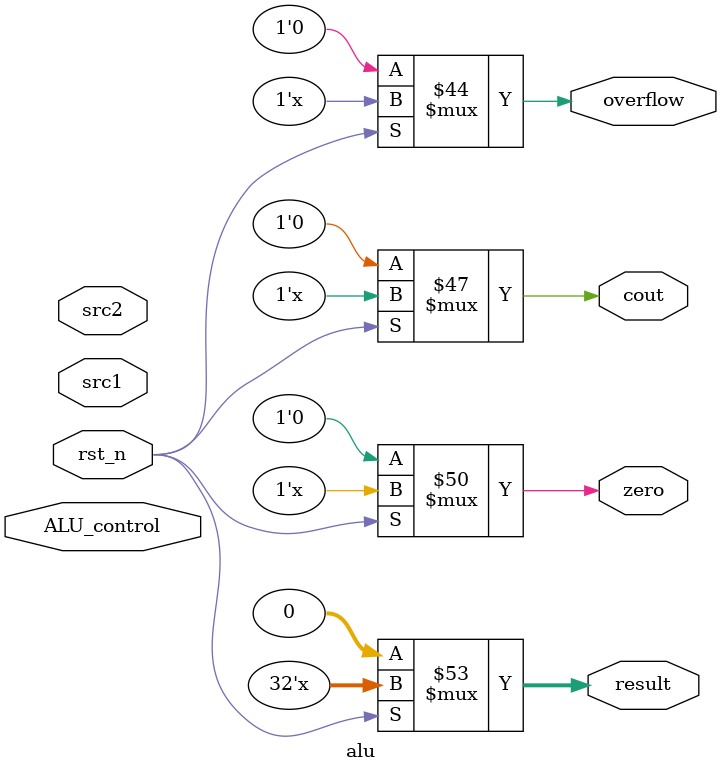
<source format=v>
/***************************************************
Student Name:	¬I®a»ô ¤ý°öºÓ
Student ID:	0716241 0816137
***************************************************/
`timescale 1ns/1ps

module alu(
	input                   rst_n,         // negative reset            (input)
	input	     		[32-1:0]	src1,          // 32 bits source 1          (input)
	input	     		[32-1:0]	src2,          // 32 bits source 2          (input)
	input 	      [ 4-1:0] ALU_control,   // 4 bits ALU control input  (input)
	output reg   	[32-1:0]	result,        // 32 bits result            (output)
	output reg              zero,          // 1 bit when the output is 0, zero must be set (output)
	output reg              cout,          // 1 bit carry out           (output)
	output reg              overflow       // 1 bit overflow            (output)
	);
/* Write your code HERE */
reg [33-1:0]result_k;
reg zero_k;
reg cout_k;
reg overflow_k;	
reg [31:0]result_c31;
reg [32:0]result_c32;
reg res_and,res_or,res_add;
integer intger_n;
always@(*)
begin
	case(ALU_control)
		4'b0000://add addi
		begin
			result_k<=src1+src2;
			result_c31<=src1[30:0]+src2[30:0];
			result_c32<=src1+src2;
			zero_k<=0;
			cout_k<=result_k[32];
			overflow_k<=result_c31[31]^result_c32[32];
		end
		4'b0111://sub
		begin
			result_k<=src1-src2;
			result_c31<=src1[30:0]-src2[30:0];
			result_c32<=src1-src2;
			zero_k<=0;
			cout_k<=result_k[32];
			overflow_k<=result_c31[31]^result_c32[32];
		end
		4'b0001://and andi
		begin
			result_k<=src1&src2;
			zero_k<=0;
			cout_k<=0;
			overflow_k<=0;
		end
		4'b0010://or ori
		begin
			result_k<=src1|src2;
			zero_k<=0;
			cout_k<=0;
			overflow_k<=0;
		end
		4'b0011://xor xori
		begin
			result_k<=(src1)^(src2);
			zero_k<=0;
			cout_k<=0;
			overflow_k<=0;
		end
		4'b0100://slt slti
		begin
			result_c31<=src1-src2;
			if(result_c31[31]==1)
				result_k<=1;
			else
				result_k<=0;
			zero_k<=0;
			cout_k<=0;
			overflow_k<=result_c31[31]^result_c32[32];
		end
		4'b0101://sll slli
		begin
			intger_n<=src2;
			result_k<=(src1)<<intger_n;
			zero_k<=0;
			cout_k<=0;
			overflow_k<=0;
		end
		4'b0110://sra srli
		begin
			intger_n<=src2;
			result_k<=(src1)>>intger_n;
			zero_k<=0;
			cout_k<=0;
			overflow_k<=0;
		end	
		4'b1110://beq
		begin
			result_k<=src1-src2;
			if(result_k==0)
				zero_k<=1;
			else
				zero_k<=0;
			cout_k<=0;
			overflow_k<=0;
		end
		4'b1111://bne
		begin
			result_k<=src1-src2;
			if(result_k!=0)
				zero_k<=1;
			else
				zero_k<=0;
			cout_k<=0;
			overflow_k<=0;
		end
//lab4 update
		4'b1000://lw
		begin
			result_k<=src1+src2;
			result_c31<=src1[30:0]+src2[30:0];
			result_c32<=src1+src2;
			zero_k<=0;
			cout_k<=result_k[32];
			overflow_k<=result_c31[31]^result_c32[32];
		end
		4'b1001://sw
		begin
			result_k<=src1+src2;
			result_c31<=src1[30:0]+src2[30:0];
			result_c32<=src1+src2;
			zero_k<=0;
			cout_k<=result_k[32];
			overflow_k<=result_c31[31]^result_c32[32];
		end
		4'b1010://jalr
		begin
			result_k<=src1+src2;
			zero_k<=0;
			cout_k<=result_k[32];
			overflow_k<=result_c31[31]^result_c32[32];
		end
		4'b1011://jal
		begin
			result_k<=src1+src2;
			result_c31<=src1[30:0]+src2[30:0];
			result_c32<=src1+src2;
			zero_k<=0;
			cout_k<=result_k[32];
			overflow_k<=result_c31[31]^result_c32[32];
		end
		4'b1101://blt
		begin	
			result_k<=src1-src2;
			if(result_k[31]==1)
				zero_k<=1;
			else
				zero_k<=0;
			cout_k<=0;
			overflow_k<=result_c31[31]^result_c32[32];
		end
		4'b1100://bge
		begin
			result_k<=src1-src2;
			if(result_k[31]==0)
				zero_k<=1;
			else
				zero_k<=0;
			cout_k<=0;
			overflow_k<=result_c31[31]^result_c32[32];
		end
	endcase
	if(rst_n==0)
		begin
			result<=0;
			zero<=0;
			cout<=0;
			overflow<=0;
		end
	else
		begin
			result<=result_k;
			zero<=zero_k;
			cout<=cout_k;
			overflow<=overflow_k;
		end
end
endmodule

</source>
